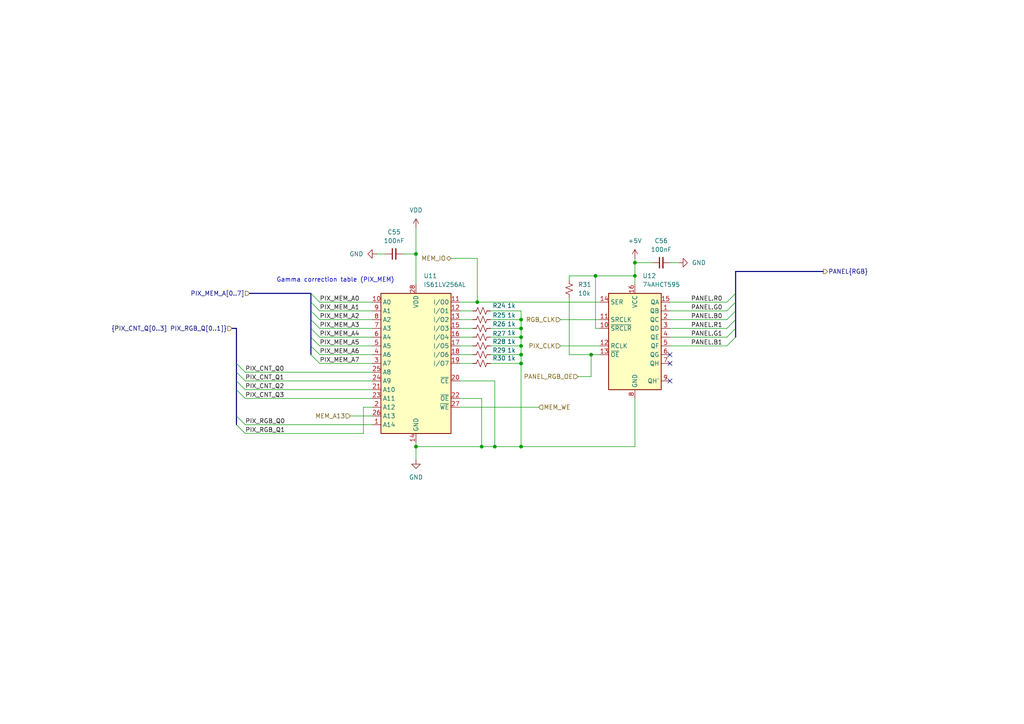
<source format=kicad_sch>
(kicad_sch (version 20250114) (generator "eeschema") (generator_version "9.0")
  (paper "A4")
  (title_block (title "LED Bitstream Generator (gamma LUT + shifter)") (rev "A") (company "MLABS") (comment 1 "MSign-NG"))
  (lib_symbols
    (symbol "74xx:74AHCT595"
      (property "Reference" "U" (at -7.62 13.97 0))
      (property "Value" "74AHCT595" (at -7.62 -16.51 0))
      (symbol "74AHCT595_1_0"
        (pin input line (at -10.16 10.16 0) (length 2.54) (name "SER") (number "14"))
        (pin input line (at -10.16 5.08 0) (length 2.54) (name "SRCLK") (number "11"))
        (pin input line (at -10.16 2.54 0) (length 2.54) (name "~{SRCLR}") (number "10"))
        (pin input line (at -10.16 -2.54 0) (length 2.54) (name "RCLK") (number "12"))
        (pin input line (at -10.16 -5.08 0) (length 2.54) (name "~{OE}") (number "13"))
        (pin power_in line (at 0 15.24 270) (length 2.54) (name "VCC") (number "16"))
        (pin power_in line (at 0 -17.78 90) (length 2.54) (name "GND") (number "8"))
        (pin tri_state line (at 10.16 10.16 180) (length 2.54) (name "QA") (number "15"))
        (pin tri_state line (at 10.16 7.62 180) (length 2.54) (name "QB") (number "1"))
        (pin tri_state line (at 10.16 5.08 180) (length 2.54) (name "QC") (number "2"))
        (pin tri_state line (at 10.16 2.54 180) (length 2.54) (name "QD") (number "3"))
        (pin tri_state line (at 10.16 0 180) (length 2.54) (name "QE") (number "4"))
        (pin tri_state line (at 10.16 -2.54 180) (length 2.54) (name "QF") (number "5"))
        (pin tri_state line (at 10.16 -5.08 180) (length 2.54) (name "QG") (number "6"))
        (pin tri_state line (at 10.16 -7.62 180) (length 2.54) (name "QH") (number "7"))
        (pin output line (at 10.16 -12.7 180) (length 2.54) (name "QH'") (number "9"))
      )
      (symbol "74AHCT595_1_1"
        (rectangle (start -7.62 12.7) (end 7.62 -15.24) (stroke (width 0.254)) (fill (type background)))
      )
    )
    (symbol "Device:C_Small" (pin_numbers (hide yes)) (pin_names (offset 0.254) (hide yes))
      (property "Reference" "C" (at 0.254 1.778 0))
      (property "Value" "C_Small" (at 0.254 -2.032 0))
      (symbol "C_Small_0_1"
        (polyline (pts (xy -1.524 0.508) (xy 1.524 0.508)) (stroke (width 0.3048)))
        (polyline (pts (xy -1.524 -0.508) (xy 1.524 -0.508)) (stroke (width 0.3302)))
      )
      (symbol "C_Small_1_1"
        (pin passive line (at 0 2.54 270) (length 2.032) (name "~") (number "1"))
        (pin passive line (at 0 -2.54 90) (length 2.032) (name "~") (number "2"))
      )
    )
    (symbol "Device:R_Small_US" (pin_numbers (hide yes)) (pin_names (offset 0.254) (hide yes))
      (property "Reference" "R" (at 0.762 0.508 0))
      (property "Value" "R_Small_US" (at 0.762 -1.016 0))
      (symbol "R_Small_US_1_1"
        (polyline (pts (xy 0 1.524) (xy 1.016 1.143) (xy 0 0.762) (xy -1.016 0.381) (xy 0 0)))
        (polyline (pts (xy 0 0) (xy 1.016 -0.381) (xy 0 -0.762) (xy -1.016 -1.143) (xy 0 -1.524)))
        (pin passive line (at 0 2.54 270) (length 1.016) (name "~") (number "1"))
        (pin passive line (at 0 -2.54 90) (length 1.016) (name "~") (number "2"))
      )
    )
    (symbol "Memory_RAM:IS62C256AL"
      (property "Reference" "U" (at -9.144 21.844 0))
      (property "Value" "IS62C256AL" (at 8.128 21.844 0))
      (symbol "IS62C256AL_0_0"
        (pin power_in line (at 0 -22.86 90) (length 2.54) (name "GND") (number "14"))
      )
      (symbol "IS62C256AL_0_1"
        (rectangle (start -10.16 20.32) (end 10.16 -20.32) (stroke (width 0.254)) (fill (type background)))
      )
      (symbol "IS62C256AL_1_0"
        (pin power_in line (at 0 22.86 270) (length 2.54) (name "VDD") (number "28"))
      )
      (symbol "IS62C256AL_1_1"
        (pin input line (at -12.7 17.78 0) (length 2.54) (name "A0") (number "10"))
        (pin input line (at -12.7 15.24 0) (length 2.54) (name "A1") (number "9"))
        (pin input line (at -12.7 12.7 0) (length 2.54) (name "A2") (number "8"))
        (pin input line (at -12.7 10.16 0) (length 2.54) (name "A3") (number "7"))
        (pin input line (at -12.7 7.62 0) (length 2.54) (name "A4") (number "6"))
        (pin input line (at -12.7 5.08 0) (length 2.54) (name "A5") (number "5"))
        (pin input line (at -12.7 2.54 0) (length 2.54) (name "A6") (number "4"))
        (pin input line (at -12.7 0 0) (length 2.54) (name "A7") (number "3"))
        (pin input line (at -12.7 -2.54 0) (length 2.54) (name "A8") (number "25"))
        (pin input line (at -12.7 -5.08 0) (length 2.54) (name "A9") (number "24"))
        (pin input line (at -12.7 -7.62 0) (length 2.54) (name "A10") (number "21"))
        (pin input line (at -12.7 -10.16 0) (length 2.54) (name "A11") (number "23"))
        (pin input line (at -12.7 -12.7 0) (length 2.54) (name "A12") (number "2"))
        (pin input line (at -12.7 -15.24 0) (length 2.54) (name "A13") (number "26"))
        (pin input line (at -12.7 -17.78 0) (length 2.54) (name "A14") (number "1"))
        (pin tri_state line (at 12.7 17.78 180) (length 2.54) (name "I/O0") (number "11"))
        (pin tri_state line (at 12.7 15.24 180) (length 2.54) (name "I/O1") (number "12"))
        (pin tri_state line (at 12.7 12.7 180) (length 2.54) (name "I/O2") (number "13"))
        (pin tri_state line (at 12.7 10.16 180) (length 2.54) (name "I/O3") (number "15"))
        (pin tri_state line (at 12.7 7.62 180) (length 2.54) (name "I/O4") (number "16"))
        (pin tri_state line (at 12.7 5.08 180) (length 2.54) (name "I/O5") (number "17"))
        (pin tri_state line (at 12.7 2.54 180) (length 2.54) (name "I/O6") (number "18"))
        (pin tri_state line (at 12.7 0 180) (length 2.54) (name "I/O7") (number "19"))
        (pin input line (at 12.7 -5.08 180) (length 2.54) (name "~{CE}") (number "20"))
        (pin input line (at 12.7 -10.16 180) (length 2.54) (name "~{OE}") (number "22"))
        (pin input line (at 12.7 -12.7 180) (length 2.54) (name "~{WE}") (number "27"))
      )
    )
    (symbol "power:+5V" (power) (pin_numbers (hide yes)) (pin_names (offset 0) (hide yes))
      (property "Value" "+5V" (at 0 3.556 0))
      (symbol "+5V_0_1"
        (polyline (pts (xy -0.762 1.27) (xy 0 2.54)))
        (polyline (pts (xy 0 2.54) (xy 0.762 1.27)))
        (polyline (pts (xy 0 0) (xy 0 2.54)))
      )
      (symbol "+5V_1_1"
        (pin power_in line (at 0 0 90) (length 0) (name "~") (number "1"))
      )
    )
    (symbol "power:GND" (power) (pin_numbers (hide yes)) (pin_names (offset 0) (hide yes))
      (property "Value" "GND" (at 0 -3.81 0))
      (symbol "GND_0_1"
        (polyline (pts (xy 0 0) (xy 0 -1.27) (xy 1.27 -1.27) (xy 0 -2.54) (xy -1.27 -1.27) (xy 0 -1.27)))
      )
      (symbol "GND_1_1"
        (pin power_in line (at 0 0 270) (length 0) (name "~") (number "1"))
      )
    )
    (symbol "power:VDD" (power) (pin_numbers (hide yes)) (pin_names (offset 0) (hide yes))
      (property "Value" "VDD" (at 0 3.556 0))
      (symbol "VDD_0_1"
        (polyline (pts (xy -0.762 1.27) (xy 0 2.54)))
        (polyline (pts (xy 0 2.54) (xy 0.762 1.27)))
        (polyline (pts (xy 0 0) (xy 0 2.54)))
      )
      (symbol "VDD_1_1"
        (pin power_in line (at 0 0 90) (length 0) (name "~") (number "1"))
      )
    )
  )
  (text "Gamma correction table (PIX_MEM)" (at 97.282 81.28 0) (effects (font (size 1.27 1.27))))
  (junction (at 143.51 129.54))
  (junction (at 139.7 129.54))
  (junction (at 172.72 80.01))
  (junction (at 151.13 102.87))
  (junction (at 138.43 87.63))
  (junction (at 151.13 92.71))
  (junction (at 184.15 80.01))
  (junction (at 151.13 105.41))
  (junction (at 120.65 129.54))
  (junction (at 184.15 76.2))
  (junction (at 151.13 97.79))
  (junction (at 151.13 100.33))
  (junction (at 171.45 102.87))
  (junction (at 151.13 129.54))
  (junction (at 151.13 95.25))
  (junction (at 120.65 73.66))
  (no_connect (at 194.31 105.41))
  (no_connect (at 194.31 110.49))
  (no_connect (at 194.31 102.87))
  (bus_entry (at 68.58 113.03) (size 2.54 2.54))
  (bus_entry (at 213.36 92.71) (size -2.54 2.54))
  (bus_entry (at 68.58 123.19) (size 2.54 2.54))
  (bus_entry (at 68.58 120.65) (size 2.54 2.54))
  (bus_entry (at 90.17 100.33) (size 2.54 2.54))
  (bus_entry (at 90.17 90.17) (size 2.54 2.54))
  (bus_entry (at 213.36 85.09) (size -2.54 2.54))
  (bus_entry (at 90.17 95.25) (size 2.54 2.54))
  (bus_entry (at 90.17 102.87) (size 2.54 2.54))
  (bus_entry (at 90.17 87.63) (size 2.54 2.54))
  (bus_entry (at 213.36 97.79) (size -2.54 2.54))
  (bus_entry (at 213.36 95.25) (size -2.54 2.54))
  (bus_entry (at 213.36 90.17) (size -2.54 2.54))
  (bus_entry (at 68.58 107.95) (size 2.54 2.54))
  (bus_entry (at 68.58 105.41) (size 2.54 2.54))
  (bus_entry (at 90.17 92.71) (size 2.54 2.54))
  (bus_entry (at 90.17 85.09) (size 2.54 2.54))
  (bus_entry (at 68.58 110.49) (size 2.54 2.54))
  (bus_entry (at 213.36 87.63) (size -2.54 2.54))
  (bus_entry (at 90.17 97.79) (size 2.54 2.54))
  (wire (pts (xy 151.13 105.41) (xy 151.13 129.54)))
  (wire (pts (xy 194.31 76.2) (xy 196.85 76.2)))
  (bus (pts (xy 90.17 85.09) (xy 90.17 87.63)))
  (wire (pts (xy 133.35 115.57) (xy 139.7 115.57)))
  (bus (pts (xy 213.36 78.74) (xy 213.36 85.09)))
  (wire (pts (xy 142.24 105.41) (xy 151.13 105.41)))
  (wire (pts (xy 71.12 113.03) (xy 107.95 113.03)))
  (bus (pts (xy 90.17 87.63) (xy 90.17 90.17)))
  (wire (pts (xy 92.71 87.63) (xy 107.95 87.63)))
  (wire (pts (xy 165.1 86.36) (xy 165.1 102.87)))
  (wire (pts (xy 139.7 129.54) (xy 120.65 129.54)))
  (wire (pts (xy 167.64 109.22) (xy 171.45 109.22)))
  (wire (pts (xy 142.24 100.33) (xy 151.13 100.33)))
  (wire (pts (xy 92.71 97.79) (xy 107.95 97.79)))
  (wire (pts (xy 138.43 74.93) (xy 138.43 87.63)))
  (wire (pts (xy 71.12 107.95) (xy 107.95 107.95)))
  (wire (pts (xy 105.41 118.11) (xy 107.95 118.11)))
  (wire (pts (xy 142.24 92.71) (xy 151.13 92.71)))
  (wire (pts (xy 71.12 110.49) (xy 107.95 110.49)))
  (wire (pts (xy 194.31 92.71) (xy 210.82 92.71)))
  (wire (pts (xy 133.35 95.25) (xy 137.16 95.25)))
  (bus (pts (xy 68.58 107.95) (xy 68.58 110.49)))
  (wire (pts (xy 142.24 102.87) (xy 151.13 102.87)))
  (wire (pts (xy 151.13 129.54) (xy 184.15 129.54)))
  (wire (pts (xy 194.31 90.17) (xy 210.82 90.17)))
  (wire (pts (xy 71.12 115.57) (xy 107.95 115.57)))
  (bus (pts (xy 213.36 92.71) (xy 213.36 95.25)))
  (wire (pts (xy 184.15 74.93) (xy 184.15 76.2)))
  (wire (pts (xy 133.35 97.79) (xy 137.16 97.79)))
  (wire (pts (xy 133.35 90.17) (xy 137.16 90.17)))
  (bus (pts (xy 90.17 90.17) (xy 90.17 92.71)))
  (wire (pts (xy 151.13 129.54) (xy 143.51 129.54)))
  (wire (pts (xy 143.51 129.54) (xy 143.51 110.49)))
  (wire (pts (xy 92.71 92.71) (xy 107.95 92.71)))
  (wire (pts (xy 120.65 128.27) (xy 120.65 129.54)))
  (wire (pts (xy 139.7 115.57) (xy 139.7 129.54)))
  (wire (pts (xy 116.84 73.66) (xy 120.65 73.66)))
  (wire (pts (xy 133.35 87.63) (xy 138.43 87.63)))
  (bus (pts (xy 238.76 78.74) (xy 213.36 78.74)))
  (wire (pts (xy 138.43 87.63) (xy 173.99 87.63)))
  (bus (pts (xy 67.31 95.25) (xy 68.58 95.25)))
  (wire (pts (xy 143.51 110.49) (xy 133.35 110.49)))
  (wire (pts (xy 151.13 102.87) (xy 151.13 105.41)))
  (bus (pts (xy 90.17 97.79) (xy 90.17 100.33)))
  (wire (pts (xy 120.65 129.54) (xy 120.65 133.35)))
  (wire (pts (xy 171.45 109.22) (xy 171.45 102.87)))
  (wire (pts (xy 143.51 129.54) (xy 139.7 129.54)))
  (wire (pts (xy 184.15 76.2) (xy 189.23 76.2)))
  (wire (pts (xy 120.65 66.04) (xy 120.65 73.66)))
  (wire (pts (xy 151.13 100.33) (xy 151.13 102.87)))
  (wire (pts (xy 133.35 100.33) (xy 137.16 100.33)))
  (wire (pts (xy 71.12 123.19) (xy 107.95 123.19)))
  (bus (pts (xy 68.58 120.65) (xy 68.58 123.19)))
  (bus (pts (xy 68.58 113.03) (xy 68.58 120.65)))
  (wire (pts (xy 172.72 80.01) (xy 172.72 95.25)))
  (wire (pts (xy 165.1 80.01) (xy 165.1 81.28)))
  (wire (pts (xy 194.31 87.63) (xy 210.82 87.63)))
  (wire (pts (xy 151.13 95.25) (xy 151.13 97.79)))
  (wire (pts (xy 130.81 74.93) (xy 138.43 74.93)))
  (wire (pts (xy 133.35 118.11) (xy 156.21 118.11)))
  (wire (pts (xy 101.6 120.65) (xy 107.95 120.65)))
  (bus (pts (xy 68.58 95.25) (xy 68.58 105.41)))
  (wire (pts (xy 173.99 95.25) (xy 172.72 95.25)))
  (bus (pts (xy 213.36 85.09) (xy 213.36 87.63)))
  (wire (pts (xy 92.71 95.25) (xy 107.95 95.25)))
  (wire (pts (xy 142.24 97.79) (xy 151.13 97.79)))
  (wire (pts (xy 194.31 95.25) (xy 210.82 95.25)))
  (wire (pts (xy 120.65 73.66) (xy 120.65 82.55)))
  (wire (pts (xy 184.15 129.54) (xy 184.15 115.57)))
  (wire (pts (xy 92.71 90.17) (xy 107.95 90.17)))
  (wire (pts (xy 71.12 125.73) (xy 105.41 125.73)))
  (wire (pts (xy 172.72 80.01) (xy 184.15 80.01)))
  (wire (pts (xy 92.71 102.87) (xy 107.95 102.87)))
  (wire (pts (xy 109.22 73.66) (xy 111.76 73.66)))
  (bus (pts (xy 213.36 95.25) (xy 213.36 97.79)))
  (wire (pts (xy 151.13 90.17) (xy 151.13 92.71)))
  (bus (pts (xy 90.17 92.71) (xy 90.17 95.25)))
  (wire (pts (xy 194.31 100.33) (xy 210.82 100.33)))
  (wire (pts (xy 92.71 100.33) (xy 107.95 100.33)))
  (bus (pts (xy 68.58 110.49) (xy 68.58 113.03)))
  (bus (pts (xy 213.36 87.63) (xy 213.36 90.17)))
  (wire (pts (xy 162.56 100.33) (xy 173.99 100.33)))
  (wire (pts (xy 142.24 95.25) (xy 151.13 95.25)))
  (wire (pts (xy 105.41 125.73) (xy 105.41 118.11)))
  (wire (pts (xy 165.1 80.01) (xy 172.72 80.01)))
  (wire (pts (xy 151.13 97.79) (xy 151.13 100.33)))
  (bus (pts (xy 213.36 90.17) (xy 213.36 92.71)))
  (wire (pts (xy 162.56 92.71) (xy 173.99 92.71)))
  (wire (pts (xy 184.15 80.01) (xy 184.15 82.55)))
  (wire (pts (xy 133.35 102.87) (xy 137.16 102.87)))
  (wire (pts (xy 171.45 102.87) (xy 173.99 102.87)))
  (bus (pts (xy 68.58 105.41) (xy 68.58 107.95)))
  (wire (pts (xy 133.35 105.41) (xy 137.16 105.41)))
  (bus (pts (xy 72.39 85.09) (xy 90.17 85.09)))
  (wire (pts (xy 184.15 76.2) (xy 184.15 80.01)))
  (wire (pts (xy 151.13 92.71) (xy 151.13 95.25)))
  (bus (pts (xy 90.17 100.33) (xy 90.17 102.87)))
  (bus (pts (xy 90.17 95.25) (xy 90.17 97.79)))
  (wire (pts (xy 133.35 92.71) (xy 137.16 92.71)))
  (wire (pts (xy 92.71 105.41) (xy 107.95 105.41)))
  (wire (pts (xy 171.45 102.87) (xy 165.1 102.87)))
  (wire (pts (xy 194.31 97.79) (xy 210.82 97.79)))
  (wire (pts (xy 142.24 90.17) (xy 151.13 90.17)))
  (label "PIX_MEM_A3" (at 92.71 95.25 0))
  (label "PIX_RGB_Q0" (at 71.12 123.19 0))
  (label "PIX_MEM_A7" (at 92.71 105.41 0))
  (label "PIX_MEM_A1" (at 92.71 90.17 0))
  (label "PIX_CNT_Q1" (at 71.12 110.49 0))
  (label "PANEL.G1" (at 209.55 97.79 180))
  (label "PIX_MEM_A6" (at 92.71 102.87 0))
  (label "PIX_MEM_A2" (at 92.71 92.71 0))
  (label "PIX_CNT_Q0" (at 71.12 107.95 0))
  (label "PIX_MEM_A4" (at 92.71 97.79 0))
  (label "PANEL.R0" (at 209.55 87.63 180))
  (label "PIX_RGB_Q1" (at 71.12 125.73 0))
  (label "PANEL.R1" (at 209.55 95.25 180))
  (label "PIX_MEM_A5" (at 92.71 100.33 0))
  (label "PIX_CNT_Q2" (at 71.12 113.03 0))
  (label "PANEL.B1" (at 209.55 100.33 180))
  (label "PIX_MEM_A0" (at 92.71 87.63 0))
  (label "PANEL.B0" (at 209.55 92.71 180))
  (label "PIX_CNT_Q3" (at 71.12 115.57 0))
  (label "PANEL.G0" (at 209.55 90.17 180))
  (hierarchical_label "PANEL{RGB}" (shape output) (at 238.76 78.74 0))
  (hierarchical_label "RGB_CLK" (shape input) (at 162.56 92.71 180))
  (hierarchical_label "PANEL_RGB_OE" (shape input) (at 167.64 109.22 180))
  (hierarchical_label "MEM_WE" (shape input) (at 156.21 118.11 0))
  (hierarchical_label "MEM_IO" (shape bidirectional) (at 130.81 74.93 180))
  (hierarchical_label "MEM_A13" (shape input) (at 101.6 120.65 180))
  (hierarchical_label "PIX_MEM_A[0..7]" (shape input) (at 72.39 85.09 180))
  (hierarchical_label "{PIX_CNT_Q[0..3] PIX_RGB_Q[0..1]}" (shape input) (at 67.31 95.25 180))
  (hierarchical_label "PIX_CLK" (shape input) (at 162.56 100.33 180))
  (symbol (lib_id "Memory_RAM:IS62C256AL") (at 120.65 105.41 0) (unit 1)
    (property "Reference" "U11" (at 122.8441 80.01 0) (effects (justify left)))
    (property "Value" "IS61LV256AL" (at 122.8441 82.55 0) (effects (justify left)))
    (property "Footprint" "Package_TSOPI:TSOP-28_L11.8-W8.0-P0.55-LS13.4-L" (effects (hide yes)))
    (property "Datasheet" "https://www.issi.com/WW/pdf/62-65C256AL.pdf" (effects (hide yes)))
    (property "Description" "32Kx8 bit Low Power CMOS Static RAM, 25/45ns" (effects (hide yes)))
    (property "Part" "IS61LV256AL-10TLI" (effects (hide yes)))
    (property "LCSC" "C412837" (effects (hide yes)))
    (instances (project "mainboard" (path "" (reference "U11") (unit 1)) (path "" (reference "U13") (unit 1))))
  )
  (symbol (lib_id "Device:C_Small") (at 114.3 73.66 90) (unit 1)
    (property "Reference" "C55" (at 114.3063 67.31 90))
    (property "Value" "100nF" (at 114.3063 69.85 90))
    (property "Footprint" "Capacitor_SMD:C_0402_1005Metric" (effects (hide yes)))
    (property "Description" "Unpolarized capacitor, small symbol" (effects (hide yes)))
    (property "Part" "CL05B104KB54PNC" (effects (hide yes)))
    (property "LCSC" "C307331 " (effects (hide yes)))
    (instances (project "mainboard" (path "" (reference "C55") (unit 1)) (path "" (reference "C57") (unit 1))))
  )
  (symbol (lib_id "Device:R_Small_US") (at 139.7 102.87 90) (unit 1)
    (property "Reference" "R29" (at 144.78 101.6 90))
    (property "Value" "1k" (at 148.336 101.6 90))
    (property "Footprint" "Resistor_SMD:R_0402_1005Metric" (effects (hide yes)))
    (property "Description" "Resistor, small US symbol" (effects (hide yes)))
    (property "Part" "0402WGF1001TCE" (effects (hide yes)))
    (property "LCSC" "C11702" (effects (hide yes)))
    (instances (project "mainboard" (path "" (reference "R29") (unit 1)) (path "" (reference "R37") (unit 1))))
  )
  (symbol (lib_id "Device:R_Small_US") (at 139.7 95.25 90) (unit 1)
    (property "Reference" "R26" (at 144.78 93.98 90))
    (property "Value" "1k" (at 148.336 93.98 90))
    (property "Footprint" "Resistor_SMD:R_0402_1005Metric" (effects (hide yes)))
    (property "Description" "Resistor, small US symbol" (effects (hide yes)))
    (property "Part" "0402WGF1001TCE" (effects (hide yes)))
    (property "LCSC" "C11702" (effects (hide yes)))
    (instances (project "mainboard" (path "" (reference "R26") (unit 1)) (path "" (reference "R34") (unit 1))))
  )
  (symbol (lib_id "Device:R_Small_US") (at 139.7 105.41 90) (unit 1)
    (property "Reference" "R30" (at 144.78 103.886 90))
    (property "Value" "1k" (at 148.336 103.886 90))
    (property "Footprint" "Resistor_SMD:R_0402_1005Metric" (effects (hide yes)))
    (property "Description" "Resistor, small US symbol" (effects (hide yes)))
    (property "Part" "0402WGF1001TCE" (effects (hide yes)))
    (property "LCSC" "C11702" (effects (hide yes)))
    (instances (project "mainboard" (path "" (reference "R30") (unit 1)) (path "" (reference "R38") (unit 1))))
  )
  (symbol (lib_id "74xx:74AHCT595") (at 184.15 97.79 0) (unit 1)
    (property "Reference" "U12" (at 186.3441 80.01 0) (effects (justify left)))
    (property "Value" "74AHCT595" (at 186.3441 82.55 0) (effects (justify left)))
    (property "Footprint" "Package_SO:TSSOP-16_4.4x5mm_P0.65mm" (effects (hide yes)))
    (property "Datasheet" "https://assets.nexperia.com/documents/data-sheet/74AHC_AHCT595.pdf" (effects (hide yes)))
    (property "Description" "8-bit serial in/out Shift Register 3-State Outputs" (effects (hide yes)))
    (property "Part" "74AHCT595T16-13" (effects (hide yes)))
    (property "LCSC" "C460504" (effects (hide yes)))
    (instances (project "mainboard" (path "" (reference "U12") (unit 1)) (path "" (reference "U14") (unit 1))))
  )
  (symbol (lib_id "power:+5V") (at 184.15 74.93 0) (unit 1)
    (property "Reference" "#PWR039" (effects (hide yes)))
    (property "Value" "+5V" (at 184.15 69.85 0))
    (property "Description" "Power symbol creates a global label with name \"+5V\"" (effects (hide yes)))
    (instances (project "mainboard" (path "" (reference "#PWR039") (unit 1)) (path "" (reference "#PWR044") (unit 1))))
  )
  (symbol (lib_id "power:GND") (at 109.22 73.66 270) (unit 1)
    (property "Reference" "#PWR036" (effects (hide yes)))
    (property "Value" "GND" (at 105.41 73.6599 90) (effects (justify right)))
    (property "Description" "Power symbol creates a global label with name \"GND\" , ground" (effects (hide yes)))
    (instances (project "mainboard" (path "" (reference "#PWR036") (unit 1)) (path "" (reference "#PWR041") (unit 1))))
  )
  (symbol (lib_id "Device:R_Small_US") (at 139.7 100.33 90) (unit 1)
    (property "Reference" "R28" (at 144.78 99.06 90))
    (property "Value" "1k" (at 148.336 99.06 90))
    (property "Footprint" "Resistor_SMD:R_0402_1005Metric" (effects (hide yes)))
    (property "Description" "Resistor, small US symbol" (effects (hide yes)))
    (property "Part" "0402WGF1001TCE" (effects (hide yes)))
    (property "LCSC" "C11702" (effects (hide yes)))
    (instances (project "mainboard" (path "" (reference "R28") (unit 1)) (path "" (reference "R36") (unit 1))))
  )
  (symbol (lib_id "Device:R_Small_US") (at 139.7 92.71 90) (unit 1)
    (property "Reference" "R25" (at 144.78 91.44 90))
    (property "Value" "1k" (at 148.336 91.44 90))
    (property "Footprint" "Resistor_SMD:R_0402_1005Metric" (effects (hide yes)))
    (property "Description" "Resistor, small US symbol" (effects (hide yes)))
    (property "Part" "0402WGF1001TCE" (effects (hide yes)))
    (property "LCSC" "C11702" (effects (hide yes)))
    (instances (project "mainboard" (path "" (reference "R25") (unit 1)) (path "" (reference "R33") (unit 1))))
  )
  (symbol (lib_id "Device:R_Small_US") (at 139.7 97.79 90) (unit 1)
    (property "Reference" "R27" (at 144.78 96.774 90))
    (property "Value" "1k" (at 148.336 96.52 90))
    (property "Footprint" "Resistor_SMD:R_0402_1005Metric" (effects (hide yes)))
    (property "Description" "Resistor, small US symbol" (effects (hide yes)))
    (property "Part" "0402WGF1001TCE" (effects (hide yes)))
    (property "LCSC" "C11702" (effects (hide yes)))
    (instances (project "mainboard" (path "" (reference "R27") (unit 1)) (path "" (reference "R35") (unit 1))))
  )
  (symbol (lib_id "power:GND") (at 196.85 76.2 90) (unit 1)
    (property "Reference" "#PWR040" (effects (hide yes)))
    (property "Value" "GND" (at 200.66 76.1999 90) (effects (justify right)))
    (property "Description" "Power symbol creates a global label with name \"GND\" , ground" (effects (hide yes)))
    (instances (project "mainboard" (path "" (reference "#PWR040") (unit 1)) (path "" (reference "#PWR045") (unit 1))))
  )
  (symbol (lib_id "power:GND") (at 120.65 133.35 0) (unit 1)
    (property "Reference" "#PWR038" (effects (hide yes)))
    (property "Value" "GND" (at 120.65 138.43 0))
    (property "Description" "Power symbol creates a global label with name \"GND\" , ground" (effects (hide yes)))
    (instances (project "mainboard" (path "" (reference "#PWR038") (unit 1)) (path "" (reference "#PWR043") (unit 1))))
  )
  (symbol (lib_id "Device:C_Small") (at 191.77 76.2 90) (unit 1)
    (property "Reference" "C56" (at 191.7763 69.85 90))
    (property "Value" "100nF" (at 191.7763 72.39 90))
    (property "Footprint" "Capacitor_SMD:C_0402_1005Metric" (effects (hide yes)))
    (property "Description" "Unpolarized capacitor, small symbol" (effects (hide yes)))
    (property "Part" "CL05B104KB54PNC" (effects (hide yes)))
    (property "LCSC" "C307331 " (effects (hide yes)))
    (instances (project "mainboard" (path "" (reference "C56") (unit 1)) (path "" (reference "C58") (unit 1))))
  )
  (symbol (lib_id "Device:R_Small_US") (at 139.7 90.17 90) (unit 1)
    (property "Reference" "R24" (at 144.78 88.646 90))
    (property "Value" "1k" (at 148.336 88.646 90))
    (property "Footprint" "Resistor_SMD:R_0402_1005Metric" (effects (hide yes)))
    (property "Description" "Resistor, small US symbol" (effects (hide yes)))
    (property "Part" "0402WGF1001TCE" (effects (hide yes)))
    (property "LCSC" "C11702" (effects (hide yes)))
    (instances (project "mainboard" (path "" (reference "R24") (unit 1)) (path "" (reference "R32") (unit 1))))
  )
  (symbol (lib_id "power:VDD") (at 120.65 66.04 0) (unit 1)
    (property "Reference" "#PWR037" (effects (hide yes)))
    (property "Value" "VDD" (at 120.65 60.96 0))
    (property "Description" "Power symbol creates a global label with name \"VDD\"" (effects (hide yes)))
    (instances (project "mainboard" (path "" (reference "#PWR037") (unit 1)) (path "" (reference "#PWR042") (unit 1))))
  )
  (symbol (lib_id "Device:R_Small_US") (at 165.1 83.82 0) (unit 1)
    (property "Reference" "R31" (at 167.64 82.5499 0) (effects (justify left)))
    (property "Value" "10k" (at 167.64 85.0899 0) (effects (justify left)))
    (property "Footprint" "Resistor_SMD:R_0805_2012Metric" (effects (hide yes)))
    (property "Description" "Resistor, small US symbol" (effects (hide yes)))
    (property "Part" "0805W8F1002T5E" (effects (hide yes)))
    (property "LCSC" "C17414 " (effects (hide yes)))
    (instances (project "mainboard" (path "" (reference "R31") (unit 1)) (path "" (reference "R39") (unit 1))))
  )
)
</source>
